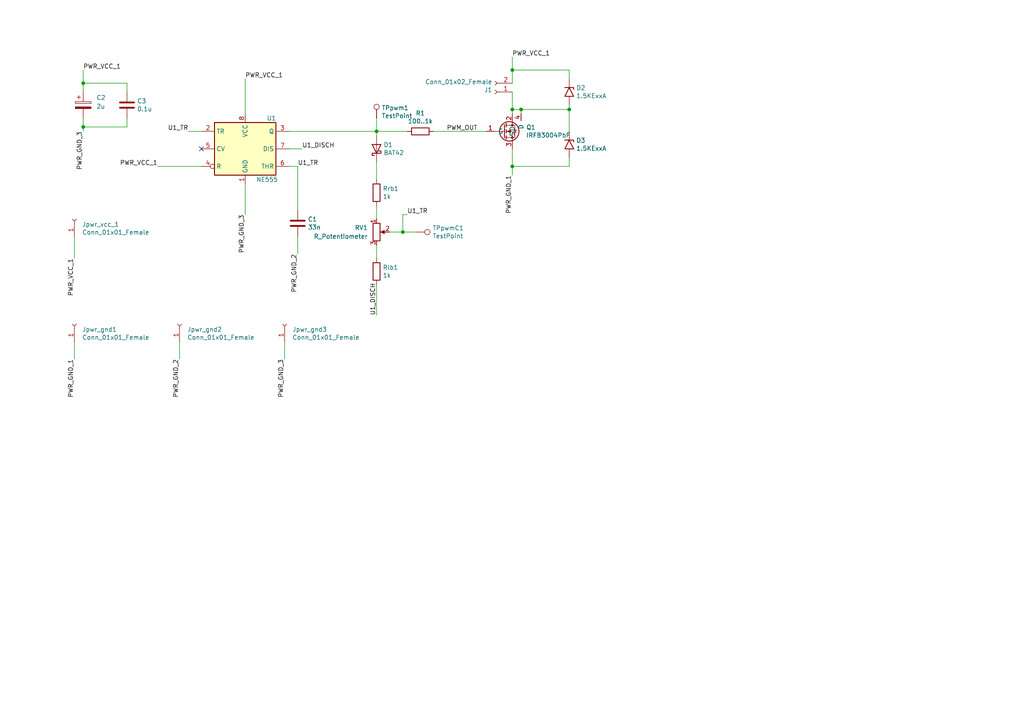
<source format=kicad_sch>
(kicad_sch (version 20211123) (generator eeschema)
  (paper "A4")
  (lib_symbols
    (symbol "Connector:Conn_01x01_Female" (pin_names (offset 1.016) hide)
      (property "Reference" "J" (at 0 2.54 0))
      (property "Value" "Conn_01x01_Female" (at 0 -2.54 0))
      (symbol "Conn_01x01_Female_1_1"
        (polyline (pts (xy -1.27 0) (xy -0.508 0)) (stroke (width 0.1524)))
        (arc (start 0 0.508) (mid -0.508 0) (end 0 -0.508) (stroke (width 0.1524)))
        (pin passive line (at -5.08 0 0) (length 3.81) (name "Pin_1") (number "1"))
      )
    )
    (symbol "Connector:Conn_01x02_Female" (pin_names (offset 1.016) hide)
      (property "Reference" "J" (at 0 2.54 0))
      (property "Value" "Conn_01x02_Female" (at 0 -5.08 0))
      (symbol "Conn_01x02_Female_1_1"
        (arc (start 0 -2.032) (mid -0.508 -2.54) (end 0 -3.048) (stroke (width 0.1524)))
        (polyline (pts (xy -1.27 -2.54) (xy -0.508 -2.54)) (stroke (width 0.1524)))
        (polyline (pts (xy -1.27 0) (xy -0.508 0)) (stroke (width 0.1524)))
        (arc (start 0 0.508) (mid -0.508 0) (end 0 -0.508) (stroke (width 0.1524)))
        (pin passive line (at -5.08 0 0) (length 3.81) (name "Pin_1") (number "1"))
        (pin passive line (at -5.08 -2.54 0) (length 3.81) (name "Pin_2") (number "2"))
      )
    )
    (symbol "Connector:TestPoint" (pin_numbers hide) (pin_names (offset 0.762) hide)
      (property "Reference" "TP" (at 0 6.858 0))
      (property "Value" "TestPoint" (at 0 5.08 0))
      (symbol "TestPoint_0_1"
        (circle (center 0 3.302) (radius 0.762))
      )
      (symbol "TestPoint_1_1"
        (pin passive line (at 0 0 90) (length 2.54) (name "1") (number "1"))
      )
    )
    (symbol "Device:C" (pin_numbers hide) (pin_names (offset 0.254))
      (property "Reference" "C" (at 0.635 2.54 0))
      (property "Value" "C" (at 0.635 -2.54 0))
      (symbol "C_0_1"
        (polyline (pts (xy -2.032 -0.762) (xy 2.032 -0.762)) (stroke (width 0.508)))
        (polyline (pts (xy -2.032 0.762) (xy 2.032 0.762)) (stroke (width 0.508)))
      )
      (symbol "C_1_1"
        (pin passive line (at 0 3.81 270) (length 2.794) (name "~") (number "1"))
        (pin passive line (at 0 -3.81 90) (length 2.794) (name "~") (number "2"))
      )
    )
    (symbol "Device:C_Polarized" (pin_numbers hide) (pin_names (offset 0.254))
      (property "Reference" "C" (at 0.635 2.54 0))
      (property "Value" "C_Polarized" (at 0.635 -2.54 0))
      (symbol "C_Polarized_0_1"
        (rectangle (start -2.286 0.508) (end 2.286 1.016))
        (polyline (pts (xy -1.778 2.286) (xy -0.762 2.286)))
        (polyline (pts (xy -1.27 2.794) (xy -1.27 1.778)))
        (rectangle (start 2.286 -0.508) (end -2.286 -1.016) (fill (type outline)))
      )
      (symbol "C_Polarized_1_1"
        (pin passive line (at 0 3.81 270) (length 2.794) (name "~") (number "1"))
        (pin passive line (at 0 -3.81 90) (length 2.794) (name "~") (number "2"))
      )
    )
    (symbol "Device:R" (pin_numbers hide) (pin_names (offset 0))
      (property "Reference" "R" (at 2.032 0 90))
      (property "Value" "R" (at 0 0 90))
      (symbol "R_0_1"
        (rectangle (start -1.016 -2.54) (end 1.016 2.54) (stroke (width 0.254)))
      )
      (symbol "R_1_1"
        (pin passive line (at 0 3.81 270) (length 1.27) (name "~") (number "1"))
        (pin passive line (at 0 -3.81 90) (length 1.27) (name "~") (number "2"))
      )
    )
    (symbol "Device:R_Potentiometer" (pin_names (offset 1.016) hide)
      (property "Reference" "RV" (at -4.445 0 90))
      (property "Value" "R_Potentiometer" (at -2.54 0 90))
      (symbol "R_Potentiometer_0_1"
        (polyline (pts (xy 2.54 0) (xy 1.524 0)))
        (polyline (pts (xy 1.143 0) (xy 2.286 0.508) (xy 2.286 -0.508) (xy 1.143 0)) (fill (type outline)))
        (rectangle (start 1.016 2.54) (end -1.016 -2.54) (stroke (width 0.254)))
      )
      (symbol "R_Potentiometer_1_1"
        (pin passive line (at 0 3.81 270) (length 1.27) (name "1") (number "1"))
        (pin passive line (at 3.81 0 180) (length 1.27) (name "2") (number "2"))
        (pin passive line (at 0 -3.81 90) (length 1.27) (name "3") (number "3"))
      )
    )
    (symbol "Diode:1.5KExxA" (pin_numbers hide) (pin_names (offset 1.016) hide)
      (property "Reference" "D" (at 0 2.54 0))
      (property "Value" "1.5KExxA" (at 0 -2.54 0))
      (symbol "1.5KExxA_0_1"
        (polyline (pts (xy -0.762 1.27) (xy -1.27 1.27) (xy -1.27 -1.27)) (stroke (width 0.254)))
        (polyline (pts (xy 1.27 1.27) (xy 1.27 -1.27) (xy -1.27 0) (xy 1.27 1.27)) (stroke (width 0.254)))
      )
      (symbol "1.5KExxA_1_1"
        (pin passive line (at -3.81 0 0) (length 2.54) (name "A1") (number "1"))
        (pin passive line (at 3.81 0 180) (length 2.54) (name "A2") (number "2"))
      )
    )
    (symbol "Diode:BAT42" (pin_numbers hide) (pin_names (offset 1.016) hide)
      (property "Reference" "D" (at 0 2.54 0))
      (property "Value" "BAT42" (at 0 -2.54 0))
      (symbol "BAT42_0_1"
        (polyline (pts (xy 1.27 0) (xy -1.27 0)))
        (polyline (pts (xy 1.27 1.27) (xy 1.27 -1.27) (xy -1.27 0) (xy 1.27 1.27)) (stroke (width 0.254)))
        (polyline (pts (xy -1.905 0.635) (xy -1.905 1.27) (xy -1.27 1.27) (xy -1.27 -1.27) (xy -0.635 -1.27) (xy -0.635 -0.635)) (stroke (width 0.254)))
      )
      (symbol "BAT42_1_1"
        (pin passive line (at -3.81 0 0) (length 2.54) (name "K") (number "1"))
        (pin passive line (at 3.81 0 180) (length 2.54) (name "A") (number "2"))
      )
    )
    (symbol "IRFB3004PbF:IRFB3004PbF" (pin_names (offset 1.016))
      (property "Reference" "Q" (at 3.81 1.27 0))
      (property "Value" "IRFB3004PbF" (at 8.89 -1.27 0))
      (symbol "IRFB3004PbF_1_1"
        (circle (center -0.889 0) (radius 2.8194) (stroke (width 0.254)))
        (circle (center 0 -1.778) (radius 0.2794) (fill (type outline)))
        (polyline (pts (xy -2.286 0) (xy -5.08 0)))
        (polyline (pts (xy -1.778 -1.778) (xy 0 -1.778)))
        (polyline (pts (xy -1.778 -1.27) (xy -1.778 -2.286)) (stroke (width 0.254)))
        (polyline (pts (xy -1.778 0) (xy 0 0)))
        (polyline (pts (xy -1.778 0.508) (xy -1.778 -0.508)) (stroke (width 0.254)))
        (polyline (pts (xy -1.778 1.778) (xy 0 1.778)))
        (polyline (pts (xy -1.778 2.286) (xy -1.778 1.27)) (stroke (width 0.254)))
        (polyline (pts (xy 0 -1.778) (xy 0 -2.54)))
        (polyline (pts (xy 0 -1.778) (xy 0 0)))
        (polyline (pts (xy 0 2.54) (xy 0 1.778)))
        (polyline (pts (xy -2.286 1.905) (xy -2.286 -1.905) (xy -2.286 -1.905)) (stroke (width 0.254)))
        (polyline (pts (xy -1.524 0) (xy -0.508 0.381) (xy -0.508 -0.381) (xy -1.524 0)) (fill (type outline)))
        (polyline (pts (xy 0 -1.778) (xy 0.762 -1.778) (xy 0.762 1.778) (xy 0 1.778)))
        (polyline (pts (xy 0.254 0.508) (xy 0.381 0.381) (xy 1.143 0.381) (xy 1.27 0.254)))
        (polyline (pts (xy 0.762 0.381) (xy 0.381 -0.254) (xy 1.143 -0.254) (xy 0.762 0.381)))
        (circle (center 0 1.778) (radius 0.2794) (fill (type outline)))
        (pin input line (at -7.62 0 0) (length 2.54) (name "G") (number "1"))
        (pin passive line (at 0 5.08 270) (length 2.54) (name "D") (number "2"))
        (pin passive line (at 0 -5.08 90) (length 2.54) (name "S") (number "3"))
        (pin passive line (at 2.54 5.08 270) (length 2.0066) (name "D") (number "4"))
      )
    )
    (symbol "smoke-machine-rescue:NE555-Timer"
      (property "Reference" "U" (at -10.16 8.89 0))
      (property "Value" "NE555-Timer" (at 2.54 8.89 0))
      (symbol "NE555-Timer_0_0"
        (pin power_in line (at 0 -10.16 90) (length 2.54) (name "GND") (number "1"))
        (pin power_in line (at 0 10.16 270) (length 2.54) (name "VCC") (number "8"))
      )
      (symbol "NE555-Timer_0_1"
        (rectangle (start -8.89 -7.62) (end 8.89 7.62) (stroke (width 0.254)) (fill (type background)))
        (rectangle (start -8.89 -7.62) (end 8.89 7.62) (stroke (width 0.254)) (fill (type background)))
      )
      (symbol "NE555-Timer_1_1"
        (pin input line (at -12.7 5.08 0) (length 3.81) (name "TR") (number "2"))
        (pin output line (at 12.7 5.08 180) (length 3.81) (name "Q") (number "3"))
        (pin input inverted (at -12.7 -5.08 0) (length 3.81) (name "R") (number "4"))
        (pin input line (at -12.7 0 0) (length 3.81) (name "CV") (number "5"))
        (pin input line (at 12.7 -5.08 180) (length 3.81) (name "THR") (number "6"))
        (pin input line (at 12.7 0 180) (length 3.81) (name "DIS") (number "7"))
      )
    )
  )
  (junction (at 109.22 38.1))
  (junction (at 165.1 31.75))
  (junction (at 151.13 31.75))
  (junction (at 24.13 24.13))
  (junction (at 24.13 36.83))
  (junction (at 148.59 20.32))
  (junction (at 148.59 48.26))
  (junction (at 116.84 67.31))
  (junction (at 148.59 31.75))
  (no_connect (at 58.42 43.18))
  (wire (pts (xy 165.1 31.75) (xy 165.1 38.1)))
  (wire (pts (xy 109.22 63.5) (xy 109.22 59.69)))
  (wire (pts (xy 71.12 22.86) (xy 71.12 33.02)))
  (wire (pts (xy 109.22 82.55) (xy 109.22 91.44)))
  (wire (pts (xy 24.13 24.13) (xy 24.13 26.67)))
  (wire (pts (xy 165.1 30.48) (xy 165.1 31.75)))
  (wire (pts (xy 116.84 67.31) (xy 120.65 67.31)))
  (wire (pts (xy 24.13 20.32) (xy 24.13 24.13)))
  (wire (pts (xy 82.55 104.14) (xy 82.55 99.06)))
  (wire (pts (xy 87.63 43.18) (xy 83.82 43.18)))
  (wire (pts (xy 21.59 74.93) (xy 21.59 68.58)))
  (wire (pts (xy 151.13 33.02) (xy 151.13 31.75)))
  (wire (pts (xy 116.84 62.23) (xy 116.84 67.31)))
  (wire (pts (xy 148.59 50.8) (xy 148.59 48.26)))
  (wire (pts (xy 109.22 34.29) (xy 109.22 38.1)))
  (wire (pts (xy 36.83 26.67) (xy 36.83 24.13)))
  (wire (pts (xy 54.61 38.1) (xy 58.42 38.1)))
  (wire (pts (xy 45.72 48.26) (xy 58.42 48.26)))
  (wire (pts (xy 148.59 48.26) (xy 148.59 43.18)))
  (wire (pts (xy 148.59 31.75) (xy 148.59 33.02)))
  (wire (pts (xy 113.03 67.31) (xy 116.84 67.31)))
  (wire (pts (xy 118.11 38.1) (xy 109.22 38.1)))
  (wire (pts (xy 165.1 48.26) (xy 148.59 48.26)))
  (wire (pts (xy 83.82 38.1) (xy 109.22 38.1)))
  (wire (pts (xy 148.59 20.32) (xy 148.59 24.13)))
  (wire (pts (xy 148.59 20.32) (xy 165.1 20.32)))
  (wire (pts (xy 118.11 62.23) (xy 116.84 62.23)))
  (wire (pts (xy 109.22 38.1) (xy 109.22 39.37)))
  (wire (pts (xy 24.13 38.1) (xy 24.13 36.83)))
  (wire (pts (xy 148.59 26.67) (xy 148.59 31.75)))
  (wire (pts (xy 71.12 53.34) (xy 71.12 62.23)))
  (wire (pts (xy 148.59 31.75) (xy 151.13 31.75)))
  (wire (pts (xy 36.83 24.13) (xy 24.13 24.13)))
  (wire (pts (xy 109.22 46.99) (xy 109.22 52.07)))
  (wire (pts (xy 109.22 71.12) (xy 109.22 74.93)))
  (wire (pts (xy 165.1 22.86) (xy 165.1 20.32)))
  (wire (pts (xy 21.59 99.06) (xy 21.59 104.14)))
  (wire (pts (xy 165.1 45.72) (xy 165.1 48.26)))
  (wire (pts (xy 151.13 31.75) (xy 165.1 31.75)))
  (wire (pts (xy 86.36 48.26) (xy 86.36 60.96)))
  (wire (pts (xy 125.73 38.1) (xy 140.97 38.1)))
  (wire (pts (xy 52.07 104.14) (xy 52.07 99.06)))
  (wire (pts (xy 36.83 34.29) (xy 36.83 36.83)))
  (wire (pts (xy 148.59 16.51) (xy 148.59 20.32)))
  (wire (pts (xy 36.83 36.83) (xy 24.13 36.83)))
  (wire (pts (xy 24.13 36.83) (xy 24.13 34.29)))
  (wire (pts (xy 86.36 48.26) (xy 83.82 48.26)))
  (wire (pts (xy 86.36 73.66) (xy 86.36 68.58)))
  (label "PWR_VCC_1" (at 148.59 16.51 0))
  (label "PWR_GND_2" (at 86.36 73.66 270))
  (label "PWR_GND_3" (at 82.55 104.14 270))
  (label "U1_TR" (at 86.36 48.26 0))
  (label "PWR_GND_3" (at 71.12 62.23 270))
  (label "PWM_OUT" (at 129.54 38.1 0))
  (label "PWR_VCC_1" (at 24.13 20.32 0))
  (label "U1_TR" (at 118.11 62.23 0))
  (label "U1_TR" (at 54.61 38.1 180))
  (label "U1_DISCH" (at 109.22 91.44 90))
  (label "PWR_GND_1" (at 148.59 50.8 270))
  (label "PWR_VCC_1" (at 71.12 22.86 0))
  (label "PWR_GND_2" (at 52.07 104.14 270))
  (label "PWR_VCC_1" (at 45.72 48.26 180))
  (label "PWR_VCC_1" (at 21.59 74.93 270))
  (label "PWR_GND_3" (at 24.13 38.1 270))
  (label "PWR_GND_1" (at 21.59 104.14 270))
  (label "U1_DISCH" (at 87.63 43.18 0))
  (symbol (lib_id "Connector:Conn_01x02_Female") (at 143.51 26.67 180) (unit 1)
    (property "Reference" "J1" (at 142.7988 26.0604 0) (effects (justify left)))
    (property "Value" "Conn_01x02_Female" (at 142.7988 23.749 0) (effects (justify left)))
    (property "Footprint" "TerminalBlock:TerminalBlock_bornier-2_P5.08mm" (effects hide))
  )
  (symbol (lib_id "smoke-machine-rescue:NE555-Timer") (at 71.12 43.18 0) (unit 1)
    (property "Reference" "U1" (at 78.74 34.29 0))
    (property "Value" "NE555" (at 77.47 52.07 0))
    (property "Footprint" "Package_DIP:DIP-8_W7.62mm" (effects hide))
    (property "Datasheet" "http://www.ti.com/lit/ds/symlink/ne555.pdf" (effects hide))
  )
  (symbol (lib_id "Device:C") (at 86.36 64.77 0) (unit 1)
    (property "Reference" "C1" (at 89.281 63.6016 0) (effects (justify left)))
    (property "Value" "33n" (at 89.281 65.913 0) (effects (justify left)))
    (property "Footprint" "Capacitor_THT:C_Disc_D10.0mm_W2.5mm_P5.00mm" (effects hide))
  )
  (symbol (lib_id "Connector:TestPoint") (at 109.22 34.29 0) (unit 1)
    (property "Reference" "TPpwm1" (at 110.6932 31.2928 0) (effects (justify left)))
    (property "Value" "TestPoint" (at 110.6932 33.6042 0) (effects (justify left)))
    (property "Footprint" "TestPoint:TestPoint_Pad_4.0x4.0mm" (effects hide))
  )
  (symbol (lib_id "Connector:TestPoint") (at 120.65 67.31 270) (unit 1)
    (property "Reference" "TPpwmC1" (at 125.4252 66.1416 90) (effects (justify left)))
    (property "Value" "TestPoint" (at 125.4252 68.453 90) (effects (justify left)))
    (property "Footprint" "TestPoint:TestPoint_Pad_4.0x4.0mm" (effects hide))
  )
  (symbol (lib_id "Device:R") (at 121.92 38.1 270) (unit 1)
    (property "Reference" "R1" (at 121.92 32.8422 90))
    (property "Value" "100..1k" (at 121.92 35.1536 90))
    (property "Footprint" "Resistor_THT:R_Axial_DIN0207_L6.3mm_D2.5mm_P10.16mm_Horizontal" (effects hide))
  )
  (symbol (lib_id "Device:R") (at 109.22 55.88 0) (unit 1)
    (property "Reference" "Rrb1" (at 110.998 54.7116 0) (effects (justify left)))
    (property "Value" "1k" (at 110.998 57.023 0) (effects (justify left)))
    (property "Footprint" "Resistor_THT:R_Axial_DIN0207_L6.3mm_D2.5mm_P10.16mm_Horizontal" (effects hide))
  )
  (symbol (lib_id "Device:R") (at 109.22 78.74 0) (unit 1)
    (property "Reference" "Rlb1" (at 110.998 77.5716 0) (effects (justify left)))
    (property "Value" "1k" (at 110.998 79.883 0) (effects (justify left)))
    (property "Footprint" "Resistor_THT:R_Axial_DIN0207_L6.3mm_D2.5mm_P10.16mm_Horizontal" (effects hide))
  )
  (symbol (lib_id "Diode:BAT42") (at 109.22 43.18 90) (unit 1)
    (property "Reference" "D1" (at 111.2266 42.0116 90) (effects (justify right)))
    (property "Value" "BAT42" (at 111.2266 44.323 90) (effects (justify right)))
    (property "Footprint" "Diode_THT:D_DO-35_SOD27_P7.62mm_Horizontal" (effects hide))
    (property "Datasheet" "http://www.vishay.com/docs/85660/bat42.pdf" (effects hide))
  )
  (symbol (lib_id "Connector:Conn_01x01_Female") (at 52.07 93.98 90) (unit 1)
    (property "Reference" "Jpwr_gnd2" (at 54.3052 95.5548 90) (effects (justify right)))
    (property "Value" "Conn_01x01_Female" (at 54.3052 97.8662 90) (effects (justify right)))
    (property "Footprint" "Connector_Pin:Pin_D1.1mm_L8.5mm_W2.5mm_FlatFork" (effects hide))
  )
  (symbol (lib_id "Connector:Conn_01x01_Female") (at 21.59 63.5 90) (unit 1)
    (property "Reference" "Jpwr_vcc_1" (at 23.8252 65.0748 90) (effects (justify right)))
    (property "Value" "Conn_01x01_Female" (at 23.8252 67.3862 90) (effects (justify right)))
    (property "Footprint" "Connector_Pin:Pin_D1.1mm_L8.5mm_W2.5mm_FlatFork" (effects hide))
  )
  (symbol (lib_id "Connector:Conn_01x01_Female") (at 21.59 93.98 90) (unit 1)
    (property "Reference" "Jpwr_gnd1" (at 23.8252 95.5548 90) (effects (justify right)))
    (property "Value" "Conn_01x01_Female" (at 23.8252 97.8662 90) (effects (justify right)))
    (property "Footprint" "Connector_Pin:Pin_D1.1mm_L8.5mm_W2.5mm_FlatFork" (effects hide))
  )
  (symbol (lib_id "IRFB3004PbF:IRFB3004PbF") (at 148.59 38.1 0) (unit 1)
    (property "Reference" "Q1" (at 152.6032 36.9316 0) (effects (justify left)))
    (property "Value" "IRFB3004PbF" (at 152.6032 39.243 0) (effects (justify left)))
    (property "Footprint" "smoke-machine:TO-220-3-4_Horizontal_TabDown" (effects hide))
  )
  (symbol (lib_id "Diode:1.5KExxA") (at 165.1 26.67 270) (unit 1)
    (property "Reference" "D2" (at 167.1066 25.5016 90) (effects (justify left)))
    (property "Value" "1.5KExxA" (at 167.1066 27.813 90) (effects (justify left)))
    (property "Footprint" "Diode_THT:D_DO-201AE_P15.24mm_Horizontal" (effects hide))
    (property "Datasheet" "https://www.vishay.com/docs/88301/15ke.pdf" (effects hide))
  )
  (symbol (lib_id "Connector:Conn_01x01_Female") (at 82.55 93.98 90) (unit 1)
    (property "Reference" "Jpwr_gnd3" (at 84.7852 95.5548 90) (effects (justify right)))
    (property "Value" "Conn_01x01_Female" (at 84.7852 97.8662 90) (effects (justify right)))
    (property "Footprint" "Connector_Pin:Pin_D1.1mm_L8.5mm_W2.5mm_FlatFork" (effects hide))
  )
  (symbol (lib_id "Diode:1.5KExxA") (at 165.1 41.91 270) (unit 1)
    (property "Reference" "D3" (at 167.1066 40.7416 90) (effects (justify left)))
    (property "Value" "1.5KExxA" (at 167.1066 43.053 90) (effects (justify left)))
    (property "Footprint" "Diode_THT:D_DO-201AE_P15.24mm_Horizontal" (effects hide))
    (property "Datasheet" "https://www.vishay.com/docs/88301/15ke.pdf" (effects hide))
  )
  (symbol (lib_id "Device:C") (at 36.83 30.48 0) (unit 1)
    (property "Reference" "C3" (at 39.751 29.3116 0) (effects (justify left)))
    (property "Value" "0.1u" (at 39.751 31.623 0) (effects (justify left)))
    (property "Footprint" "Capacitor_THT:C_Disc_D10.0mm_W2.5mm_P5.00mm" (effects hide))
  )
  (symbol (lib_id "Device:C_Polarized") (at 24.13 30.48 0) (unit 1)
    (property "Reference" "C2" (at 27.94 28.3209 0) (effects (justify left)))
    (property "Value" "2u" (at 27.94 30.8609 0) (effects (justify left)))
  )
  (symbol (lib_id "Device:R_Potentiometer") (at 109.22 67.31 0) (unit 1)
    (property "Reference" "RV1" (at 106.68 66.0399 0) (effects (justify right)))
    (property "Value" "R_Potentiometer" (at 106.68 68.5799 0) (effects (justify right)))
    (property "Footprint" "Potentiometer_THT:Potentiometer_Bourns_3005_Horizontal" (effects hide))
  )
)
</source>
